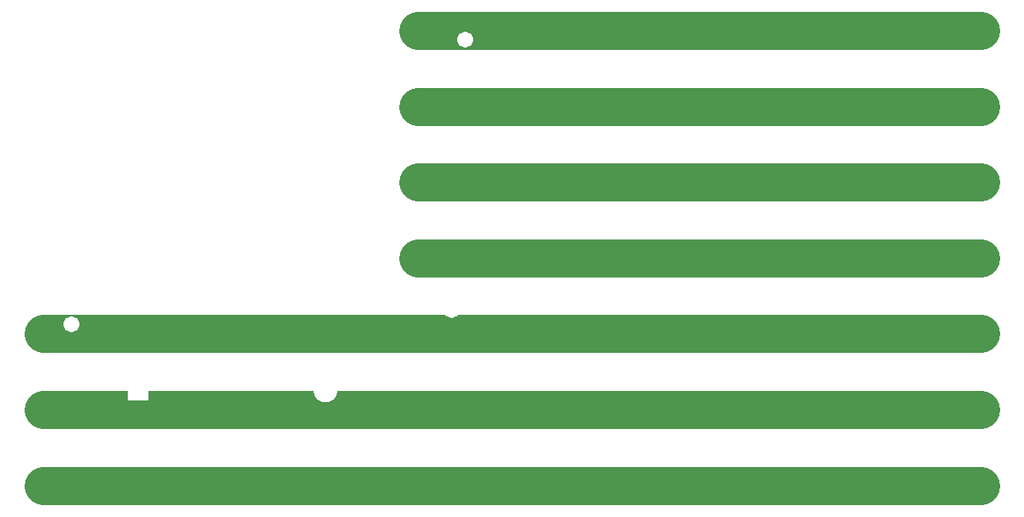
<source format=gbr>
G04 #@! TF.GenerationSoftware,KiCad,Pcbnew,(5.1.5)-3*
G04 #@! TF.CreationDate,2020-05-22T23:58:21-04:00*
G04 #@! TF.ProjectId,Body,426f6479-2e6b-4696-9361-645f70636258,rev?*
G04 #@! TF.SameCoordinates,Original*
G04 #@! TF.FileFunction,Legend,Top*
G04 #@! TF.FilePolarity,Positive*
%FSLAX46Y46*%
G04 Gerber Fmt 4.6, Leading zero omitted, Abs format (unit mm)*
G04 Created by KiCad (PCBNEW (5.1.5)-3) date 2020-05-22 23:58:21*
%MOMM*%
%LPD*%
G04 APERTURE LIST*
%ADD10C,4.047368*%
%ADD11C,1.702000*%
%ADD12R,2.272000X2.272000*%
%ADD13C,2.602000*%
G04 APERTURE END LIST*
D10*
X80000000Y-128336900D02*
X180000000Y-128336900D01*
X80000000Y-136431600D02*
X180000000Y-136431600D01*
X80000000Y-120242200D02*
X180000000Y-120242200D01*
X120000000Y-112147420D02*
X180000000Y-112147420D01*
X120000000Y-104052680D02*
X180000000Y-104052680D01*
X120000000Y-95957940D02*
X180000000Y-95957940D01*
X120000000Y-87863200D02*
X180000000Y-87863200D01*
%LPC*%
D11*
X83000000Y-119171100D03*
X123535534Y-117706634D03*
X125000000Y-88828950D03*
D12*
X90094000Y-126238000D03*
D13*
X110094000Y-126238000D03*
M02*

</source>
